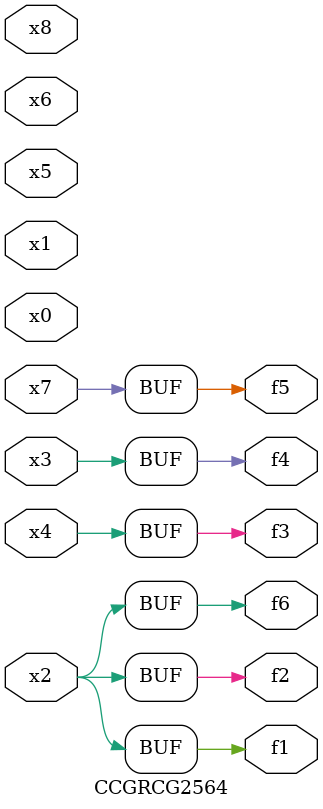
<source format=v>
module CCGRCG2564(
	input x0, x1, x2, x3, x4, x5, x6, x7, x8,
	output f1, f2, f3, f4, f5, f6
);
	assign f1 = x2;
	assign f2 = x2;
	assign f3 = x4;
	assign f4 = x3;
	assign f5 = x7;
	assign f6 = x2;
endmodule

</source>
